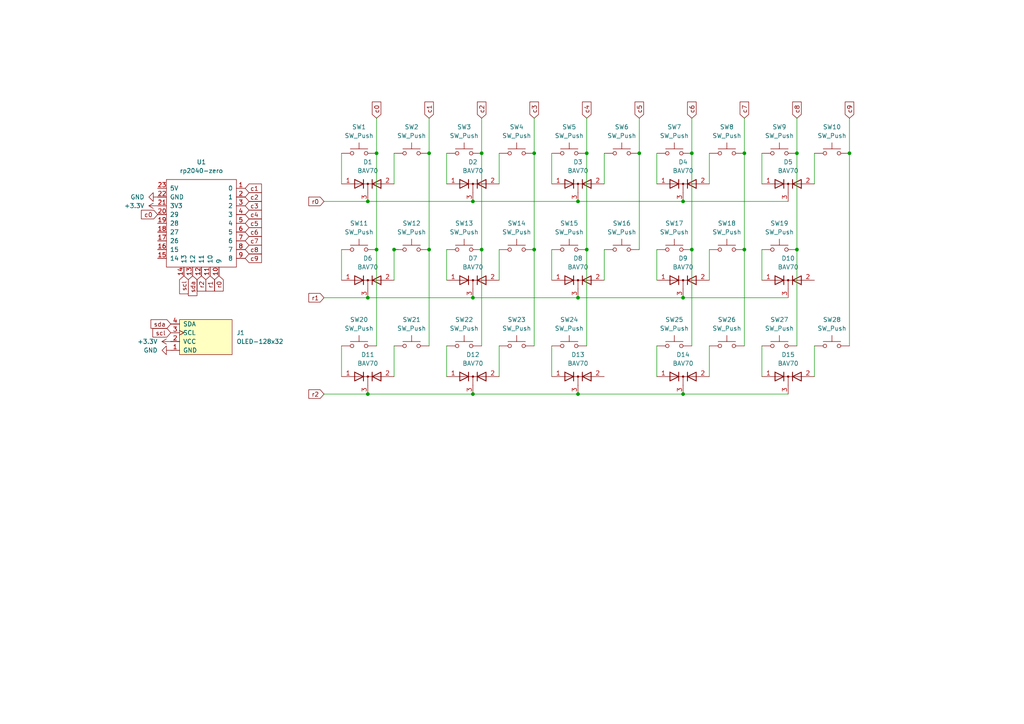
<source format=kicad_sch>
(kicad_sch (version 20230121) (generator eeschema)
  (paper "A4")
  (lib_symbols
    (symbol "Diode:BAV70" (pin_names hide)
      (property "Reference" "D" (at 0.635 -2.54 0))
      (property "Value" "BAV70" (at 0 2.54 0))
      (symbol "BAV70_0_1"
        (polyline (pts (xy -3.81 0) (xy 3.81 0)))
        (polyline (pts (xy 0 0) (xy 0 -2.54)))
        (polyline (pts (xy -1.27 -1.27) (xy -1.27 1.27) (xy -1.27 1.27)) (stroke (width 0.254)))
        (polyline (pts (xy 1.27 -1.27) (xy 1.27 1.27) (xy 1.27 1.27)) (stroke (width 0.254)))
        (polyline (pts (xy -3.81 1.27) (xy -1.27 0) (xy -3.81 -1.27) (xy -3.81 1.27) (xy -3.81 1.27) (xy -3.81 1.27)) (stroke (width 0.254)))
        (polyline (pts (xy 3.81 -1.27) (xy 1.27 0) (xy 3.81 1.27) (xy 3.81 -1.27) (xy 3.81 -1.27) (xy 3.81 -1.27)) (stroke (width 0.254)))
        (circle (center 0 0) (radius 0.254) (fill (type outline)))
        (pin passive line (at -7.62 0 0) (length 3.81) (name "A") (number "1"))
        (pin passive line (at 7.62 0 180) (length 3.81) (name "A") (number "2"))
        (pin passive line (at 0 -5.08 90) (length 2.54) (name "K") (number "3"))
      )
    )
    (symbol "Switch:SW_Push" (pin_numbers hide) (pin_names (offset 1.016) hide)
      (property "Reference" "SW" (at 1.27 2.54 0))
      (property "Value" "SW_Push" (at 0 -1.524 0))
      (symbol "SW_Push_0_1"
        (circle (center -2.032 0) (radius 0.508))
        (polyline (pts (xy 0 1.27) (xy 0 3.048)))
        (polyline (pts (xy 2.54 1.27) (xy -2.54 1.27)))
        (circle (center 2.032 0) (radius 0.508))
        (pin passive line (at -5.08 0 0) (length 2.54) (name "1") (number "1"))
        (pin passive line (at 5.08 0 180) (length 2.54) (name "2") (number "2"))
      )
    )
    (symbol "display:OLED-128x32" (pin_names (offset 1.016))
      (property "Reference" "J" (at 0 -6.35 0))
      (property "Value" "OLED-128x32" (at 0 6.35 0))
      (symbol "OLED-128x32_0_1"
        (rectangle (start 0 5.08) (end 15.24 -5.08) (fill (type background)))
      )
      (symbol "OLED-128x32_1_1"
        (pin power_in line (at -2.54 -3.81 0) (length 2.54) (name "GND") (number "1"))
        (pin power_in line (at -2.54 -1.27 0) (length 2.54) (name "VCC") (number "2"))
        (pin input clock (at -2.54 1.27 0) (length 2.54) (name "SCL") (number "3"))
        (pin bidirectional line (at -2.54 3.81 0) (length 2.54) (name "SDA") (number "4"))
      )
    )
    (symbol "mcu:rp2040-zero" (pin_names (offset 1.016))
      (property "Reference" "U" (at 0 15.24 0))
      (property "Value" "rp2040-zero" (at 0 12.7 0))
      (symbol "rp2040-zero_0_1"
        (rectangle (start -10.16 11.43) (end 10.16 -13.97))
      )
      (symbol "rp2040-zero_1_1"
        (pin bidirectional line (at 12.7 8.89 180) (length 2.54) (name "0") (number "1"))
        (pin bidirectional line (at 5.08 -16.51 90) (length 2.54) (name "9") (number "10"))
        (pin bidirectional line (at 2.54 -16.51 90) (length 2.54) (name "10") (number "11"))
        (pin bidirectional line (at 0 -16.51 90) (length 2.54) (name "11") (number "12"))
        (pin bidirectional line (at -2.54 -16.51 90) (length 2.54) (name "12") (number "13"))
        (pin bidirectional line (at -5.08 -16.51 90) (length 2.54) (name "13") (number "14"))
        (pin bidirectional line (at -12.7 -11.43 0) (length 2.54) (name "14") (number "15"))
        (pin bidirectional line (at -12.7 -8.89 0) (length 2.54) (name "15") (number "16"))
        (pin bidirectional line (at -12.7 -6.35 0) (length 2.54) (name "26") (number "17"))
        (pin bidirectional line (at -12.7 -3.81 0) (length 2.54) (name "27") (number "18"))
        (pin bidirectional line (at -12.7 -1.27 0) (length 2.54) (name "28") (number "19"))
        (pin bidirectional line (at 12.7 6.35 180) (length 2.54) (name "1") (number "2"))
        (pin bidirectional line (at -12.7 1.27 0) (length 2.54) (name "29") (number "20"))
        (pin power_out line (at -12.7 3.81 0) (length 2.54) (name "3V3") (number "21"))
        (pin power_out line (at -12.7 6.35 0) (length 2.54) (name "GND") (number "22"))
        (pin power_out line (at -12.7 8.89 0) (length 2.54) (name "5V") (number "23"))
        (pin bidirectional line (at 12.7 3.81 180) (length 2.54) (name "2") (number "3"))
        (pin bidirectional line (at 12.7 1.27 180) (length 2.54) (name "3") (number "4"))
        (pin bidirectional line (at 12.7 -1.27 180) (length 2.54) (name "4") (number "5"))
        (pin bidirectional line (at 12.7 -3.81 180) (length 2.54) (name "5") (number "6"))
        (pin bidirectional line (at 12.7 -6.35 180) (length 2.54) (name "6") (number "7"))
        (pin bidirectional line (at 12.7 -8.89 180) (length 2.54) (name "7") (number "8"))
        (pin bidirectional line (at 12.7 -11.43 180) (length 2.54) (name "8") (number "9"))
      )
    )
    (symbol "power:+3.3V" (power) (pin_names (offset 0))
      (property "Value" "+3.3V" (at 0 3.556 0))
      (symbol "+3.3V_0_1"
        (polyline (pts (xy -0.762 1.27) (xy 0 2.54)))
        (polyline (pts (xy 0 0) (xy 0 2.54)))
        (polyline (pts (xy 0 2.54) (xy 0.762 1.27)))
      )
      (symbol "+3.3V_1_1"
        (pin power_in line (at 0 0 90) (length 0) hide (name "+3.3V") (number "1"))
      )
    )
    (symbol "power:GND" (power) (pin_names (offset 0))
      (property "Value" "GND" (at 0 -3.81 0))
      (symbol "GND_0_1"
        (polyline (pts (xy 0 0) (xy 0 -1.27) (xy 1.27 -1.27) (xy 0 -2.54) (xy -1.27 -1.27) (xy 0 -1.27)))
      )
      (symbol "GND_1_1"
        (pin power_in line (at 0 0 270) (length 0) hide (name "GND") (number "1"))
      )
    )
  )
  (junction (at 106.68 86.36))
  (junction (at 109.22 72.39))
  (junction (at 167.64 58.42))
  (junction (at 231.14 44.45))
  (junction (at 124.46 72.39))
  (junction (at 185.42 44.45))
  (junction (at 198.12 86.36))
  (junction (at 124.46 44.45))
  (junction (at 114.3 72.39))
  (junction (at 109.22 44.45))
  (junction (at 200.66 72.39))
  (junction (at 198.12 114.3))
  (junction (at 167.64 86.36))
  (junction (at 137.16 114.3))
  (junction (at 139.7 72.39))
  (junction (at 139.7 44.45))
  (junction (at 137.16 58.42))
  (junction (at 198.12 58.42))
  (junction (at 106.68 114.3))
  (junction (at 215.9 72.39))
  (junction (at 167.64 114.3))
  (junction (at 215.9 44.45))
  (junction (at 170.18 72.39))
  (junction (at 137.16 86.36))
  (junction (at 246.38 44.45))
  (junction (at 154.94 72.39))
  (junction (at 170.18 44.45))
  (junction (at 231.14 72.39))
  (junction (at 200.66 44.45))
  (junction (at 106.68 58.42))
  (junction (at 154.94 44.45))
  (wire (pts (xy 124.46 44.45) (xy 124.46 72.39)))
  (wire (pts (xy 170.18 44.45) (xy 170.18 72.39)))
  (wire (pts (xy 198.12 86.36) (xy 228.6 86.36)))
  (wire (pts (xy 205.74 100.33) (xy 205.74 109.22)))
  (wire (pts (xy 99.06 100.33) (xy 99.06 109.22)))
  (wire (pts (xy 160.02 72.39) (xy 160.02 81.28)))
  (wire (pts (xy 220.98 44.45) (xy 220.98 53.34)))
  (wire (pts (xy 231.14 44.45) (xy 231.14 72.39)))
  (wire (pts (xy 109.22 44.45) (xy 109.22 72.39)))
  (wire (pts (xy 109.22 72.39) (xy 109.22 100.33)))
  (wire (pts (xy 154.94 34.29) (xy 154.94 44.45)))
  (wire (pts (xy 124.46 34.29) (xy 124.46 44.45)))
  (wire (pts (xy 185.42 34.29) (xy 185.42 44.45)))
  (wire (pts (xy 160.02 100.33) (xy 160.02 109.22)))
  (wire (pts (xy 137.16 86.36) (xy 167.64 86.36)))
  (wire (pts (xy 215.9 44.45) (xy 215.9 72.39)))
  (wire (pts (xy 160.02 44.45) (xy 160.02 53.34)))
  (wire (pts (xy 175.26 72.39) (xy 175.26 81.28)))
  (wire (pts (xy 106.68 86.36) (xy 137.16 86.36)))
  (wire (pts (xy 205.74 44.45) (xy 205.74 53.34)))
  (wire (pts (xy 190.5 100.33) (xy 190.5 109.22)))
  (wire (pts (xy 109.22 34.29) (xy 109.22 44.45)))
  (wire (pts (xy 200.66 44.45) (xy 200.66 72.39)))
  (wire (pts (xy 115.57 72.39) (xy 114.3 72.39)))
  (wire (pts (xy 114.3 72.39) (xy 114.3 81.28)))
  (wire (pts (xy 200.66 72.39) (xy 200.66 100.33)))
  (wire (pts (xy 114.3 100.33) (xy 114.3 109.22)))
  (wire (pts (xy 93.98 114.3) (xy 106.68 114.3)))
  (wire (pts (xy 185.42 44.45) (xy 185.42 72.39)))
  (wire (pts (xy 114.3 44.45) (xy 114.3 53.34)))
  (wire (pts (xy 198.12 114.3) (xy 228.6 114.3)))
  (wire (pts (xy 129.54 100.33) (xy 129.54 109.22)))
  (wire (pts (xy 190.5 72.39) (xy 190.5 81.28)))
  (wire (pts (xy 236.22 100.33) (xy 236.22 109.22)))
  (wire (pts (xy 205.74 72.39) (xy 205.74 81.28)))
  (wire (pts (xy 154.94 44.45) (xy 154.94 72.39)))
  (wire (pts (xy 99.06 44.45) (xy 99.06 53.34)))
  (wire (pts (xy 154.94 72.39) (xy 154.94 100.33)))
  (wire (pts (xy 170.18 72.39) (xy 170.18 100.33)))
  (wire (pts (xy 144.78 72.39) (xy 144.78 81.28)))
  (wire (pts (xy 215.9 34.29) (xy 215.9 44.45)))
  (wire (pts (xy 106.68 114.3) (xy 137.16 114.3)))
  (wire (pts (xy 106.68 58.42) (xy 137.16 58.42)))
  (wire (pts (xy 231.14 72.39) (xy 231.14 100.33)))
  (wire (pts (xy 144.78 100.33) (xy 144.78 109.22)))
  (wire (pts (xy 175.26 44.45) (xy 175.26 53.34)))
  (wire (pts (xy 215.9 72.39) (xy 215.9 100.33)))
  (wire (pts (xy 167.64 86.36) (xy 198.12 86.36)))
  (wire (pts (xy 93.98 86.36) (xy 106.68 86.36)))
  (wire (pts (xy 246.38 44.45) (xy 246.38 100.33)))
  (wire (pts (xy 190.5 44.45) (xy 190.5 53.34)))
  (wire (pts (xy 137.16 114.3) (xy 167.64 114.3)))
  (wire (pts (xy 139.7 34.29) (xy 139.7 44.45)))
  (wire (pts (xy 236.22 44.45) (xy 236.22 53.34)))
  (wire (pts (xy 129.54 72.39) (xy 129.54 81.28)))
  (wire (pts (xy 137.16 58.42) (xy 167.64 58.42)))
  (wire (pts (xy 220.98 100.33) (xy 220.98 109.22)))
  (wire (pts (xy 124.46 72.39) (xy 124.46 100.33)))
  (wire (pts (xy 198.12 58.42) (xy 228.6 58.42)))
  (wire (pts (xy 139.7 44.45) (xy 139.7 72.39)))
  (wire (pts (xy 220.98 72.39) (xy 220.98 81.28)))
  (wire (pts (xy 246.38 34.29) (xy 246.38 44.45)))
  (wire (pts (xy 144.78 44.45) (xy 144.78 53.34)))
  (wire (pts (xy 129.54 44.45) (xy 129.54 53.34)))
  (wire (pts (xy 170.18 34.29) (xy 170.18 44.45)))
  (wire (pts (xy 167.64 114.3) (xy 198.12 114.3)))
  (wire (pts (xy 231.14 34.29) (xy 231.14 44.45)))
  (wire (pts (xy 139.7 72.39) (xy 139.7 100.33)))
  (wire (pts (xy 167.64 58.42) (xy 198.12 58.42)))
  (wire (pts (xy 99.06 72.39) (xy 99.06 81.28)))
  (wire (pts (xy 93.98 58.42) (xy 106.68 58.42)))
  (wire (pts (xy 200.66 34.29) (xy 200.66 44.45)))
  (global_label "c1" (shape input) (at 124.46 34.29 90) (property "Intersheetrefs" "${INTERSHEET_REFS}" (effects hide)))
  (global_label "c2" (shape input) (at 71.12 57.15 0) (property "Intersheetrefs" "${INTERSHEET_REFS}" (effects hide)))
  (global_label "r0" (shape input) (at 63.5 80.01 270) (property "Intersheetrefs" "${INTERSHEET_REFS}" (effects hide)))
  (global_label "sda" (shape input) (at 55.88 80.01 270) (property "Intersheetrefs" "${INTERSHEET_REFS}" (effects hide)))
  (global_label "c5" (shape input) (at 71.12 64.77 0) (property "Intersheetrefs" "${INTERSHEET_REFS}" (effects hide)))
  (global_label "c6" (shape input) (at 71.12 67.31 0) (property "Intersheetrefs" "${INTERSHEET_REFS}" (effects hide)))
  (global_label "c3" (shape input) (at 154.94 34.29 90) (property "Intersheetrefs" "${INTERSHEET_REFS}" (effects hide)))
  (global_label "c9" (shape input) (at 246.38 34.29 90) (property "Intersheetrefs" "${INTERSHEET_REFS}" (effects hide)))
  (global_label "c4" (shape input) (at 71.12 62.23 0) (property "Intersheetrefs" "${INTERSHEET_REFS}" (effects hide)))
  (global_label "sda" (shape input) (at 49.53 93.98 180) (property "Intersheetrefs" "${INTERSHEET_REFS}" (effects hide)))
  (global_label "c5" (shape input) (at 185.42 34.29 90) (property "Intersheetrefs" "${INTERSHEET_REFS}" (effects hide)))
  (global_label "c0" (shape input) (at 109.22 34.29 90) (property "Intersheetrefs" "${INTERSHEET_REFS}" (effects hide)))
  (global_label "c8" (shape input) (at 231.14 34.29 90) (property "Intersheetrefs" "${INTERSHEET_REFS}" (effects hide)))
  (global_label "r2" (shape input) (at 93.98 114.3 180) (property "Intersheetrefs" "${INTERSHEET_REFS}" (effects hide)))
  (global_label "scl" (shape input) (at 49.53 96.52 180) (property "Intersheetrefs" "${INTERSHEET_REFS}" (effects hide)))
  (global_label "c7" (shape input) (at 215.9 34.29 90) (property "Intersheetrefs" "${INTERSHEET_REFS}" (effects hide)))
  (global_label "c2" (shape input) (at 139.7 34.29 90) (property "Intersheetrefs" "${INTERSHEET_REFS}" (effects hide)))
  (global_label "c8" (shape input) (at 71.12 72.39 0) (property "Intersheetrefs" "${INTERSHEET_REFS}" (effects hide)))
  (global_label "c4" (shape input) (at 170.18 34.29 90) (property "Intersheetrefs" "${INTERSHEET_REFS}" (effects hide)))
  (global_label "c1" (shape input) (at 71.12 54.61 0) (property "Intersheetrefs" "${INTERSHEET_REFS}" (effects hide)))
  (global_label "c7" (shape input) (at 71.12 69.85 0) (property "Intersheetrefs" "${INTERSHEET_REFS}" (effects hide)))
  (global_label "r1" (shape input) (at 60.96 80.01 270) (property "Intersheetrefs" "${INTERSHEET_REFS}" (effects hide)))
  (global_label "c3" (shape input) (at 71.12 59.69 0) (property "Intersheetrefs" "${INTERSHEET_REFS}" (effects hide)))
  (global_label "scl" (shape input) (at 53.34 80.01 270) (property "Intersheetrefs" "${INTERSHEET_REFS}" (effects hide)))
  (global_label "r1" (shape input) (at 93.98 86.36 180) (property "Intersheetrefs" "${INTERSHEET_REFS}" (effects hide)))
  (global_label "c0" (shape input) (at 45.72 62.23 180) (property "Intersheetrefs" "${INTERSHEET_REFS}" (effects hide)))
  (global_label "c9" (shape input) (at 71.12 74.93 0) (property "Intersheetrefs" "${INTERSHEET_REFS}" (effects hide)))
  (global_label "r0" (shape input) (at 93.98 58.42 180) (property "Intersheetrefs" "${INTERSHEET_REFS}" (effects hide)))
  (global_label "r2" (shape input) (at 58.42 80.01 270) (property "Intersheetrefs" "${INTERSHEET_REFS}" (effects hide)))
  (global_label "c6" (shape input) (at 200.66 34.29 90) (property "Intersheetrefs" "${INTERSHEET_REFS}" (effects hide)))
  (symbol (lib_id "Switch:SW_Push") (at 104.14 72.39 0) (unit 1)
    (property "Reference" "SW11" (at 104.14 64.77 0))
    (property "Value" "SW_Push" (at 104.14 67.31 0))
    (property "Footprint" "Button_Switch_Keyboard:SW_Cherry_MX_1.25u_PCB" (effects hide))
  )
  (symbol (lib_id "power:GND") (at 45.72 57.15 270) (unit 1)
    (property "Reference" "#PWR01" (effects hide))
    (property "Value" "GND" (at 41.91 57.15 90) (effects (justify right)))
  )
  (symbol (lib_id "Switch:SW_Push") (at 195.58 44.45 0) (unit 1)
    (property "Reference" "SW7" (at 195.58 36.83 0))
    (property "Value" "SW_Push" (at 195.58 39.37 0))
    (property "Footprint" "Button_Switch_Keyboard:SW_Cherry_MX_1.00u_PCB" (effects hide))
  )
  (symbol (lib_id "Switch:SW_Push") (at 134.62 44.45 0) (unit 1)
    (property "Reference" "SW3" (at 134.62 36.83 0))
    (property "Value" "SW_Push" (at 134.62 39.37 0))
    (property "Footprint" "Button_Switch_Keyboard:SW_Cherry_MX_1.00u_PCB" (effects hide))
  )
  (symbol (lib_id "Switch:SW_Push") (at 119.38 72.39 0) (unit 1)
    (property "Reference" "SW12" (at 119.38 64.77 0))
    (property "Value" "SW_Push" (at 119.38 67.31 0))
    (property "Footprint" "Button_Switch_Keyboard:SW_Cherry_MX_1.00u_PCB" (effects hide))
  )
  (symbol (lib_id "Diode:BAV70") (at 198.12 81.28 0) (unit 1)
    (property "Reference" "D9" (at 198.12 74.93 0))
    (property "Value" "BAV70" (at 198.12 77.47 0))
    (property "Footprint" "Package_TO_SOT_SMD:SOT-23" (effects hide))
    (property "Datasheet" "https://assets.nexperia.com/documents/data-sheet/BAV70_SER.pdf" (effects hide))
  )
  (symbol (lib_id "Switch:SW_Push") (at 195.58 72.39 0) (unit 1)
    (property "Reference" "SW17" (at 195.58 64.77 0))
    (property "Value" "SW_Push" (at 195.58 67.31 0))
    (property "Footprint" "Button_Switch_Keyboard:SW_Cherry_MX_1.00u_PCB" (effects hide))
  )
  (symbol (lib_id "Switch:SW_Push") (at 226.06 44.45 0) (unit 1)
    (property "Reference" "SW9" (at 226.06 36.83 0))
    (property "Value" "SW_Push" (at 226.06 39.37 0))
    (property "Footprint" "Button_Switch_Keyboard:SW_Cherry_MX_1.00u_PCB" (effects hide))
  )
  (symbol (lib_id "Diode:BAV70") (at 137.16 81.28 0) (unit 1)
    (property "Reference" "D7" (at 137.16 74.93 0))
    (property "Value" "BAV70" (at 137.16 77.47 0))
    (property "Footprint" "Package_TO_SOT_SMD:SOT-23" (effects hide))
    (property "Datasheet" "https://assets.nexperia.com/documents/data-sheet/BAV70_SER.pdf" (effects hide))
  )
  (symbol (lib_id "Diode:BAV70") (at 167.64 81.28 0) (unit 1)
    (property "Reference" "D8" (at 167.64 74.93 0))
    (property "Value" "BAV70" (at 167.64 77.47 0))
    (property "Footprint" "Package_TO_SOT_SMD:SOT-23" (effects hide))
    (property "Datasheet" "https://assets.nexperia.com/documents/data-sheet/BAV70_SER.pdf" (effects hide))
  )
  (symbol (lib_id "Switch:SW_Push") (at 149.86 44.45 0) (unit 1)
    (property "Reference" "SW4" (at 149.86 36.83 0))
    (property "Value" "SW_Push" (at 149.86 39.37 0))
    (property "Footprint" "Button_Switch_Keyboard:SW_Cherry_MX_1.00u_PCB" (effects hide))
  )
  (symbol (lib_id "Diode:BAV70") (at 198.12 109.22 0) (unit 1)
    (property "Reference" "D14" (at 198.12 102.87 0))
    (property "Value" "BAV70" (at 198.12 105.41 0))
    (property "Footprint" "Package_TO_SOT_SMD:SOT-23" (effects hide))
    (property "Datasheet" "https://assets.nexperia.com/documents/data-sheet/BAV70_SER.pdf" (effects hide))
  )
  (symbol (lib_id "Diode:BAV70") (at 198.12 53.34 0) (unit 1)
    (property "Reference" "D4" (at 198.12 46.99 0))
    (property "Value" "BAV70" (at 198.12 49.53 0))
    (property "Footprint" "Package_TO_SOT_SMD:SOT-23" (effects hide))
    (property "Datasheet" "https://assets.nexperia.com/documents/data-sheet/BAV70_SER.pdf" (effects hide))
  )
  (symbol (lib_id "Switch:SW_Push") (at 134.62 72.39 0) (unit 1)
    (property "Reference" "SW13" (at 134.62 64.77 0))
    (property "Value" "SW_Push" (at 134.62 67.31 0))
    (property "Footprint" "Button_Switch_Keyboard:SW_Cherry_MX_1.00u_PCB" (effects hide))
  )
  (symbol (lib_id "Switch:SW_Push") (at 165.1 100.33 0) (unit 1)
    (property "Reference" "SW24" (at 165.1 92.71 0))
    (property "Value" "SW_Push" (at 165.1 95.25 0))
    (property "Footprint" "Button_Switch_Keyboard:SW_Cherry_MX_1.50u_PCB" (effects hide))
  )
  (symbol (lib_id "Switch:SW_Push") (at 210.82 72.39 0) (unit 1)
    (property "Reference" "SW18" (at 210.82 64.77 0))
    (property "Value" "SW_Push" (at 210.82 67.31 0))
    (property "Footprint" "Button_Switch_Keyboard:SW_Cherry_MX_1.00u_PCB" (effects hide))
  )
  (symbol (lib_id "Switch:SW_Push") (at 165.1 44.45 0) (unit 1)
    (property "Reference" "SW5" (at 165.1 36.83 0))
    (property "Value" "SW_Push" (at 165.1 39.37 0))
    (property "Footprint" "Button_Switch_Keyboard:SW_Cherry_MX_1.00u_PCB" (effects hide))
  )
  (symbol (lib_id "Diode:BAV70") (at 106.68 81.28 0) (unit 1)
    (property "Reference" "D6" (at 106.68 74.93 0))
    (property "Value" "BAV70" (at 106.68 77.47 0))
    (property "Footprint" "Package_TO_SOT_SMD:SOT-23" (effects hide))
    (property "Datasheet" "https://assets.nexperia.com/documents/data-sheet/BAV70_SER.pdf" (effects hide))
  )
  (symbol (lib_id "power:GND") (at 49.53 101.6 270) (unit 1)
    (property "Reference" "#PWR04" (effects hide))
    (property "Value" "GND" (at 45.72 101.6 90) (effects (justify right)))
  )
  (symbol (lib_id "Diode:BAV70") (at 106.68 109.22 0) (unit 1)
    (property "Reference" "D11" (at 106.68 102.87 0))
    (property "Value" "BAV70" (at 106.68 105.41 0))
    (property "Footprint" "Package_TO_SOT_SMD:SOT-23" (effects hide))
    (property "Datasheet" "https://assets.nexperia.com/documents/data-sheet/BAV70_SER.pdf" (effects hide))
  )
  (symbol (lib_id "Diode:BAV70") (at 167.64 109.22 0) (unit 1)
    (property "Reference" "D13" (at 167.64 102.87 0))
    (property "Value" "BAV70" (at 167.64 105.41 0))
    (property "Footprint" "Package_TO_SOT_SMD:SOT-23" (effects hide))
    (property "Datasheet" "https://assets.nexperia.com/documents/data-sheet/BAV70_SER.pdf" (effects hide))
  )
  (symbol (lib_id "Switch:SW_Push") (at 165.1 72.39 0) (unit 1)
    (property "Reference" "SW15" (at 165.1 64.77 0))
    (property "Value" "SW_Push" (at 165.1 67.31 0))
    (property "Footprint" "Button_Switch_Keyboard:SW_Cherry_MX_1.00u_PCB" (effects hide))
  )
  (symbol (lib_id "Diode:BAV70") (at 137.16 109.22 0) (unit 1)
    (property "Reference" "D12" (at 137.16 102.87 0))
    (property "Value" "BAV70" (at 137.16 105.41 0))
    (property "Footprint" "Package_TO_SOT_SMD:SOT-23" (effects hide))
    (property "Datasheet" "https://assets.nexperia.com/documents/data-sheet/BAV70_SER.pdf" (effects hide))
  )
  (symbol (lib_id "Diode:BAV70") (at 167.64 53.34 0) (unit 1)
    (property "Reference" "D3" (at 167.64 46.99 0))
    (property "Value" "BAV70" (at 167.64 49.53 0))
    (property "Footprint" "Package_TO_SOT_SMD:SOT-23" (effects hide))
    (property "Datasheet" "https://assets.nexperia.com/documents/data-sheet/BAV70_SER.pdf" (effects hide))
  )
  (symbol (lib_id "mcu:rp2040-zero") (at 58.42 63.5 0) (unit 1)
    (property "Reference" "U1" (at 58.42 46.99 0))
    (property "Value" "rp2040-zero" (at 58.42 49.53 0))
    (property "Footprint" "MCU:rp2040-zero-smd" (effects hide))
  )
  (symbol (lib_id "Switch:SW_Push") (at 149.86 100.33 0) (unit 1)
    (property "Reference" "SW23" (at 149.86 92.71 0))
    (property "Value" "SW_Push" (at 149.86 95.25 0))
    (property "Footprint" "Button_Switch_Keyboard:SW_Cherry_MX_1.00u_PCB" (effects hide))
  )
  (symbol (lib_id "power:+3.3V") (at 45.72 59.69 90) (unit 1)
    (property "Reference" "#PWR02" (effects hide))
    (property "Value" "+3.3V" (at 41.91 59.69 90) (effects (justify left)))
  )
  (symbol (lib_id "Switch:SW_Push") (at 226.06 72.39 0) (unit 1)
    (property "Reference" "SW19" (at 226.06 64.77 0))
    (property "Value" "SW_Push" (at 226.06 67.31 0))
    (property "Footprint" "Button_Switch_Keyboard:SW_Cherry_MX_1.75u_PCB" (effects hide))
  )
  (symbol (lib_id "Switch:SW_Push") (at 180.34 44.45 0) (unit 1)
    (property "Reference" "SW6" (at 180.34 36.83 0))
    (property "Value" "SW_Push" (at 180.34 39.37 0))
    (property "Footprint" "Button_Switch_Keyboard:SW_Cherry_MX_1.00u_PCB" (effects hide))
  )
  (symbol (lib_id "Switch:SW_Push") (at 226.06 100.33 0) (unit 1)
    (property "Reference" "SW27" (at 226.06 92.71 0))
    (property "Value" "SW_Push" (at 226.06 95.25 0))
    (property "Footprint" "Button_Switch_Keyboard:SW_Cherry_MX_1.00u_PCB" (effects hide))
  )
  (symbol (lib_id "Switch:SW_Push") (at 241.3 100.33 0) (unit 1)
    (property "Reference" "SW28" (at 241.3 92.71 0))
    (property "Value" "SW_Push" (at 241.3 95.25 0))
    (property "Footprint" "Button_Switch_Keyboard:SW_Cherry_MX_1.00u_PCB" (effects hide))
  )
  (symbol (lib_id "Switch:SW_Push") (at 210.82 44.45 0) (unit 1)
    (property "Reference" "SW8" (at 210.82 36.83 0))
    (property "Value" "SW_Push" (at 210.82 39.37 0))
    (property "Footprint" "Button_Switch_Keyboard:SW_Cherry_MX_1.00u_PCB" (effects hide))
  )
  (symbol (lib_id "Switch:SW_Push") (at 149.86 72.39 0) (unit 1)
    (property "Reference" "SW14" (at 149.86 64.77 0))
    (property "Value" "SW_Push" (at 149.86 67.31 0))
    (property "Footprint" "Button_Switch_Keyboard:SW_Cherry_MX_1.00u_PCB" (effects hide))
  )
  (symbol (lib_id "Diode:BAV70") (at 106.68 53.34 0) (unit 1)
    (property "Reference" "D1" (at 106.68 46.99 0))
    (property "Value" "BAV70" (at 106.68 49.53 0))
    (property "Footprint" "Package_TO_SOT_SMD:SOT-23" (effects hide))
    (property "Datasheet" "https://assets.nexperia.com/documents/data-sheet/BAV70_SER.pdf" (effects hide))
  )
  (symbol (lib_id "power:+3.3V") (at 49.53 99.06 90) (unit 1)
    (property "Reference" "#PWR03" (effects hide))
    (property "Value" "+3.3V" (at 45.72 99.06 90) (effects (justify left)))
  )
  (symbol (lib_id "Switch:SW_Push") (at 134.62 100.33 0) (unit 1)
    (property "Reference" "SW22" (at 134.62 92.71 0))
    (property "Value" "SW_Push" (at 134.62 95.25 0))
    (property "Footprint" "Button_Switch_Keyboard:SW_Cherry_MX_1.00u_PCB" (effects hide))
  )
  (symbol (lib_id "Switch:SW_Push") (at 210.82 100.33 0) (unit 1)
    (property "Reference" "SW26" (at 210.82 92.71 0))
    (property "Value" "SW_Push" (at 210.82 95.25 0))
    (property "Footprint" "Button_Switch_Keyboard:SW_Cherry_MX_1.00u_PCB" (effects hide))
  )
  (symbol (lib_id "Switch:SW_Push") (at 241.3 44.45 0) (unit 1)
    (property "Reference" "SW10" (at 241.3 36.83 0))
    (property "Value" "SW_Push" (at 241.3 39.37 0))
    (property "Footprint" "Button_Switch_Keyboard:SW_Cherry_MX_1.00u_PCB" (effects hide))
  )
  (symbol (lib_id "Switch:SW_Push") (at 104.14 44.45 0) (unit 1)
    (property "Reference" "SW1" (at 104.14 36.83 0))
    (property "Value" "SW_Push" (at 104.14 39.37 0))
    (property "Footprint" "Button_Switch_Keyboard:SW_Cherry_MX_1.00u_PCB" (effects hide))
  )
  (symbol (lib_id "Switch:SW_Push") (at 195.58 100.33 0) (unit 1)
    (property "Reference" "SW25" (at 195.58 92.71 0))
    (property "Value" "SW_Push" (at 195.58 95.25 0))
    (property "Footprint" "Button_Switch_Keyboard:SW_Cherry_MX_1.00u_PCB" (effects hide))
  )
  (symbol (lib_id "Switch:SW_Push") (at 104.14 100.33 0) (unit 1)
    (property "Reference" "SW20" (at 104.14 92.71 0))
    (property "Value" "SW_Push" (at 104.14 95.25 0))
    (property "Footprint" "Button_Switch_Keyboard:SW_Cherry_MX_1.50u_PCB" (effects hide))
  )
  (symbol (lib_id "Diode:BAV70") (at 228.6 53.34 0) (unit 1)
    (property "Reference" "D5" (at 228.6 46.99 0))
    (property "Value" "BAV70" (at 228.6 49.53 0))
    (property "Footprint" "Package_TO_SOT_SMD:SOT-23" (effects hide))
    (property "Datasheet" "https://assets.nexperia.com/documents/data-sheet/BAV70_SER.pdf" (effects hide))
  )
  (symbol (lib_id "Diode:BAV70") (at 228.6 81.28 0) (unit 1)
    (property "Reference" "D10" (at 228.6 74.93 0))
    (property "Value" "BAV70" (at 228.6 77.47 0))
    (property "Footprint" "Package_TO_SOT_SMD:SOT-23" (effects hide))
    (property "Datasheet" "https://assets.nexperia.com/documents/data-sheet/BAV70_SER.pdf" (effects hide))
  )
  (symbol (lib_id "Switch:SW_Push") (at 180.34 72.39 0) (unit 1)
    (property "Reference" "SW16" (at 180.34 64.77 0))
    (property "Value" "SW_Push" (at 180.34 67.31 0))
    (property "Footprint" "Button_Switch_Keyboard:SW_Cherry_MX_1.00u_PCB" (effects hide))
  )
  (symbol (lib_id "Switch:SW_Push") (at 119.38 44.45 0) (unit 1)
    (property "Reference" "SW2" (at 119.38 36.83 0))
    (property "Value" "SW_Push" (at 119.38 39.37 0))
    (property "Footprint" "Button_Switch_Keyboard:SW_Cherry_MX_1.00u_PCB" (effects hide))
  )
  (symbol (lib_id "Diode:BAV70") (at 137.16 53.34 0) (unit 1)
    (property "Reference" "D2" (at 137.16 46.99 0))
    (property "Value" "BAV70" (at 137.16 49.53 0))
    (property "Footprint" "Package_TO_SOT_SMD:SOT-23" (effects hide))
    (property "Datasheet" "https://assets.nexperia.com/documents/data-sheet/BAV70_SER.pdf" (effects hide))
  )
  (symbol (lib_id "Diode:BAV70") (at 228.6 109.22 0) (unit 1)
    (property "Reference" "D15" (at 228.6 102.87 0))
    (property "Value" "BAV70" (at 228.6 105.41 0))
    (property "Footprint" "Package_TO_SOT_SMD:SOT-23" (effects hide))
    (property "Datasheet" "https://assets.nexperia.com/documents/data-sheet/BAV70_SER.pdf" (effects hide))
  )
  (symbol (lib_id "display:OLED-128x32") (at 52.07 97.79 0) (unit 1)
    (property "Reference" "J1" (at 68.58 96.52 0) (effects (justify left)))
    (property "Value" "OLED-128x32" (at 68.58 99.06 0) (effects (justify left)))
    (property "Footprint" "MCU:OLED-128x32" (effects hide))
  )
  (symbol (lib_id "Switch:SW_Push") (at 119.38 100.33 0) (unit 1)
    (property "Reference" "SW21" (at 119.38 92.71 0))
    (property "Value" "SW_Push" (at 119.38 95.25 0))
    (property "Footprint" "Button_Switch_Keyboard:SW_Cherry_MX_1.00u_PCB" (effects hide))
  )
)
</source>
